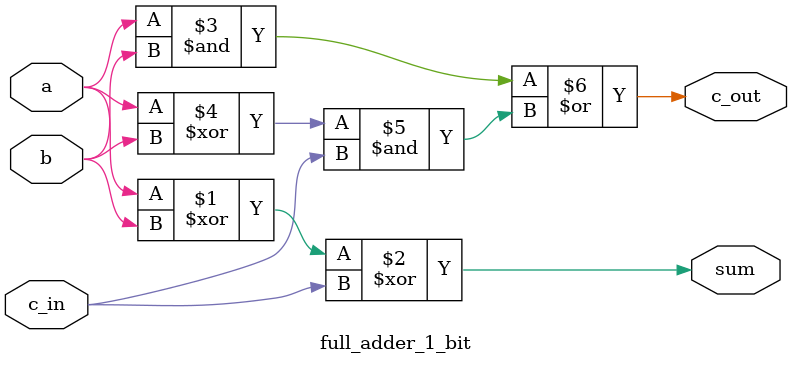
<source format=sv>
module full_adder_1_bit ( 
	input  logic a,
	input  logic b,
	input  logic c_in,
	output logic sum,
	output logic c_out);
								  								  
assign sum = a ^ b ^ c_in;
assign c_out = (a & b) | ((a ^ b) & c_in);

endmodule
</source>
